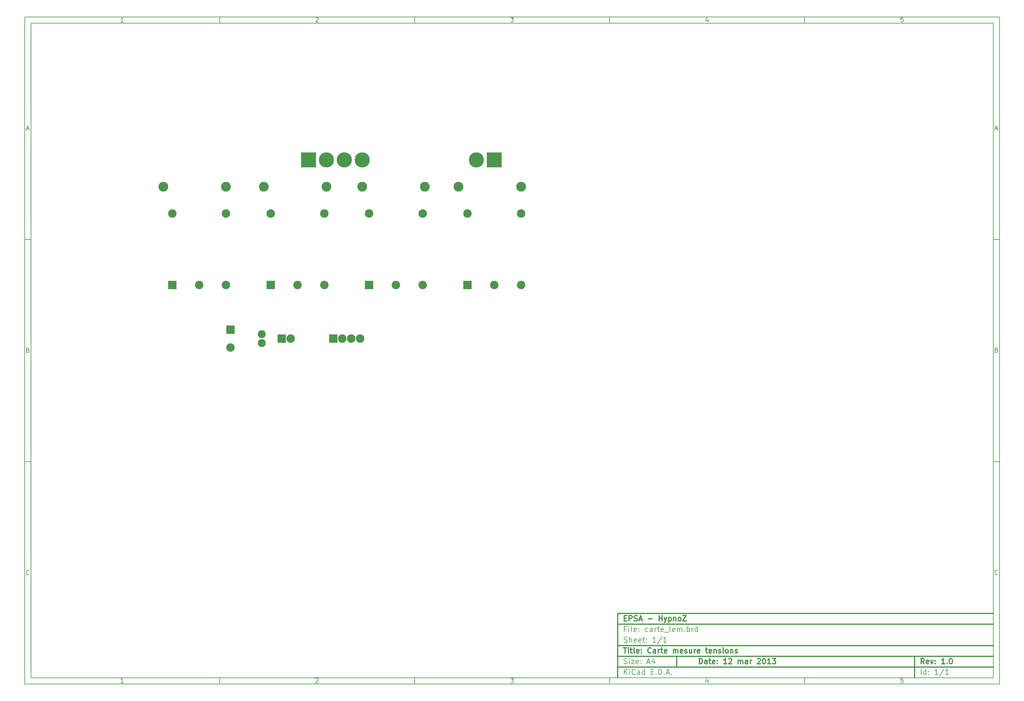
<source format=gbs>
G04 (created by PCBNEW-RS274X (2012-01-19 BZR 3256)-stable) date 12/03/2013 15:31:54*
G01*
G70*
G90*
%MOIN*%
G04 Gerber Fmt 3.4, Leading zero omitted, Abs format*
%FSLAX34Y34*%
G04 APERTURE LIST*
%ADD10C,0.006000*%
%ADD11C,0.012000*%
%ADD12R,0.095000X0.095000*%
%ADD13C,0.095000*%
%ADD14C,0.090000*%
%ADD15R,0.170000X0.170000*%
%ADD16C,0.170000*%
%ADD17C,0.110000*%
G04 APERTURE END LIST*
G54D10*
X04000Y-04000D02*
X113000Y-04000D01*
X113000Y-78670D01*
X04000Y-78670D01*
X04000Y-04000D01*
X04700Y-04700D02*
X112300Y-04700D01*
X112300Y-77970D01*
X04700Y-77970D01*
X04700Y-04700D01*
X25800Y-04000D02*
X25800Y-04700D01*
X15043Y-04552D02*
X14757Y-04552D01*
X14900Y-04552D02*
X14900Y-04052D01*
X14852Y-04124D01*
X14805Y-04171D01*
X14757Y-04195D01*
X25800Y-78670D02*
X25800Y-77970D01*
X15043Y-78522D02*
X14757Y-78522D01*
X14900Y-78522D02*
X14900Y-78022D01*
X14852Y-78094D01*
X14805Y-78141D01*
X14757Y-78165D01*
X47600Y-04000D02*
X47600Y-04700D01*
X36557Y-04100D02*
X36581Y-04076D01*
X36629Y-04052D01*
X36748Y-04052D01*
X36795Y-04076D01*
X36819Y-04100D01*
X36843Y-04148D01*
X36843Y-04195D01*
X36819Y-04267D01*
X36533Y-04552D01*
X36843Y-04552D01*
X47600Y-78670D02*
X47600Y-77970D01*
X36557Y-78070D02*
X36581Y-78046D01*
X36629Y-78022D01*
X36748Y-78022D01*
X36795Y-78046D01*
X36819Y-78070D01*
X36843Y-78118D01*
X36843Y-78165D01*
X36819Y-78237D01*
X36533Y-78522D01*
X36843Y-78522D01*
X69400Y-04000D02*
X69400Y-04700D01*
X58333Y-04052D02*
X58643Y-04052D01*
X58476Y-04243D01*
X58548Y-04243D01*
X58595Y-04267D01*
X58619Y-04290D01*
X58643Y-04338D01*
X58643Y-04457D01*
X58619Y-04505D01*
X58595Y-04529D01*
X58548Y-04552D01*
X58405Y-04552D01*
X58357Y-04529D01*
X58333Y-04505D01*
X69400Y-78670D02*
X69400Y-77970D01*
X58333Y-78022D02*
X58643Y-78022D01*
X58476Y-78213D01*
X58548Y-78213D01*
X58595Y-78237D01*
X58619Y-78260D01*
X58643Y-78308D01*
X58643Y-78427D01*
X58619Y-78475D01*
X58595Y-78499D01*
X58548Y-78522D01*
X58405Y-78522D01*
X58357Y-78499D01*
X58333Y-78475D01*
X91200Y-04000D02*
X91200Y-04700D01*
X80395Y-04219D02*
X80395Y-04552D01*
X80276Y-04029D02*
X80157Y-04386D01*
X80467Y-04386D01*
X91200Y-78670D02*
X91200Y-77970D01*
X80395Y-78189D02*
X80395Y-78522D01*
X80276Y-77999D02*
X80157Y-78356D01*
X80467Y-78356D01*
X102219Y-04052D02*
X101981Y-04052D01*
X101957Y-04290D01*
X101981Y-04267D01*
X102029Y-04243D01*
X102148Y-04243D01*
X102195Y-04267D01*
X102219Y-04290D01*
X102243Y-04338D01*
X102243Y-04457D01*
X102219Y-04505D01*
X102195Y-04529D01*
X102148Y-04552D01*
X102029Y-04552D01*
X101981Y-04529D01*
X101957Y-04505D01*
X102219Y-78022D02*
X101981Y-78022D01*
X101957Y-78260D01*
X101981Y-78237D01*
X102029Y-78213D01*
X102148Y-78213D01*
X102195Y-78237D01*
X102219Y-78260D01*
X102243Y-78308D01*
X102243Y-78427D01*
X102219Y-78475D01*
X102195Y-78499D01*
X102148Y-78522D01*
X102029Y-78522D01*
X101981Y-78499D01*
X101957Y-78475D01*
X04000Y-28890D02*
X04700Y-28890D01*
X04231Y-16510D02*
X04469Y-16510D01*
X04184Y-16652D02*
X04350Y-16152D01*
X04517Y-16652D01*
X113000Y-28890D02*
X112300Y-28890D01*
X112531Y-16510D02*
X112769Y-16510D01*
X112484Y-16652D02*
X112650Y-16152D01*
X112817Y-16652D01*
X04000Y-53780D02*
X04700Y-53780D01*
X04386Y-41280D02*
X04457Y-41304D01*
X04481Y-41328D01*
X04505Y-41376D01*
X04505Y-41447D01*
X04481Y-41495D01*
X04457Y-41519D01*
X04410Y-41542D01*
X04219Y-41542D01*
X04219Y-41042D01*
X04386Y-41042D01*
X04433Y-41066D01*
X04457Y-41090D01*
X04481Y-41138D01*
X04481Y-41185D01*
X04457Y-41233D01*
X04433Y-41257D01*
X04386Y-41280D01*
X04219Y-41280D01*
X113000Y-53780D02*
X112300Y-53780D01*
X112686Y-41280D02*
X112757Y-41304D01*
X112781Y-41328D01*
X112805Y-41376D01*
X112805Y-41447D01*
X112781Y-41495D01*
X112757Y-41519D01*
X112710Y-41542D01*
X112519Y-41542D01*
X112519Y-41042D01*
X112686Y-41042D01*
X112733Y-41066D01*
X112757Y-41090D01*
X112781Y-41138D01*
X112781Y-41185D01*
X112757Y-41233D01*
X112733Y-41257D01*
X112686Y-41280D01*
X112519Y-41280D01*
X04505Y-66385D02*
X04481Y-66409D01*
X04410Y-66432D01*
X04362Y-66432D01*
X04290Y-66409D01*
X04243Y-66361D01*
X04219Y-66313D01*
X04195Y-66218D01*
X04195Y-66147D01*
X04219Y-66051D01*
X04243Y-66004D01*
X04290Y-65956D01*
X04362Y-65932D01*
X04410Y-65932D01*
X04481Y-65956D01*
X04505Y-65980D01*
X112805Y-66385D02*
X112781Y-66409D01*
X112710Y-66432D01*
X112662Y-66432D01*
X112590Y-66409D01*
X112543Y-66361D01*
X112519Y-66313D01*
X112495Y-66218D01*
X112495Y-66147D01*
X112519Y-66051D01*
X112543Y-66004D01*
X112590Y-65956D01*
X112662Y-65932D01*
X112710Y-65932D01*
X112781Y-65956D01*
X112805Y-65980D01*
G54D11*
X79443Y-76413D02*
X79443Y-75813D01*
X79586Y-75813D01*
X79671Y-75841D01*
X79729Y-75899D01*
X79757Y-75956D01*
X79786Y-76070D01*
X79786Y-76156D01*
X79757Y-76270D01*
X79729Y-76327D01*
X79671Y-76384D01*
X79586Y-76413D01*
X79443Y-76413D01*
X80300Y-76413D02*
X80300Y-76099D01*
X80271Y-76041D01*
X80214Y-76013D01*
X80100Y-76013D01*
X80043Y-76041D01*
X80300Y-76384D02*
X80243Y-76413D01*
X80100Y-76413D01*
X80043Y-76384D01*
X80014Y-76327D01*
X80014Y-76270D01*
X80043Y-76213D01*
X80100Y-76184D01*
X80243Y-76184D01*
X80300Y-76156D01*
X80500Y-76013D02*
X80729Y-76013D01*
X80586Y-75813D02*
X80586Y-76327D01*
X80614Y-76384D01*
X80672Y-76413D01*
X80729Y-76413D01*
X81157Y-76384D02*
X81100Y-76413D01*
X80986Y-76413D01*
X80929Y-76384D01*
X80900Y-76327D01*
X80900Y-76099D01*
X80929Y-76041D01*
X80986Y-76013D01*
X81100Y-76013D01*
X81157Y-76041D01*
X81186Y-76099D01*
X81186Y-76156D01*
X80900Y-76213D01*
X81443Y-76356D02*
X81471Y-76384D01*
X81443Y-76413D01*
X81414Y-76384D01*
X81443Y-76356D01*
X81443Y-76413D01*
X81443Y-76041D02*
X81471Y-76070D01*
X81443Y-76099D01*
X81414Y-76070D01*
X81443Y-76041D01*
X81443Y-76099D01*
X82500Y-76413D02*
X82157Y-76413D01*
X82329Y-76413D02*
X82329Y-75813D01*
X82272Y-75899D01*
X82214Y-75956D01*
X82157Y-75984D01*
X82728Y-75870D02*
X82757Y-75841D01*
X82814Y-75813D01*
X82957Y-75813D01*
X83014Y-75841D01*
X83043Y-75870D01*
X83071Y-75927D01*
X83071Y-75984D01*
X83043Y-76070D01*
X82700Y-76413D01*
X83071Y-76413D01*
X83785Y-76413D02*
X83785Y-76013D01*
X83785Y-76070D02*
X83813Y-76041D01*
X83871Y-76013D01*
X83956Y-76013D01*
X84013Y-76041D01*
X84042Y-76099D01*
X84042Y-76413D01*
X84042Y-76099D02*
X84071Y-76041D01*
X84128Y-76013D01*
X84213Y-76013D01*
X84271Y-76041D01*
X84299Y-76099D01*
X84299Y-76413D01*
X84842Y-76413D02*
X84842Y-76099D01*
X84813Y-76041D01*
X84756Y-76013D01*
X84642Y-76013D01*
X84585Y-76041D01*
X84842Y-76384D02*
X84785Y-76413D01*
X84642Y-76413D01*
X84585Y-76384D01*
X84556Y-76327D01*
X84556Y-76270D01*
X84585Y-76213D01*
X84642Y-76184D01*
X84785Y-76184D01*
X84842Y-76156D01*
X85128Y-76413D02*
X85128Y-76013D01*
X85128Y-76127D02*
X85156Y-76070D01*
X85185Y-76041D01*
X85242Y-76013D01*
X85299Y-76013D01*
X85927Y-75870D02*
X85956Y-75841D01*
X86013Y-75813D01*
X86156Y-75813D01*
X86213Y-75841D01*
X86242Y-75870D01*
X86270Y-75927D01*
X86270Y-75984D01*
X86242Y-76070D01*
X85899Y-76413D01*
X86270Y-76413D01*
X86641Y-75813D02*
X86698Y-75813D01*
X86755Y-75841D01*
X86784Y-75870D01*
X86813Y-75927D01*
X86841Y-76041D01*
X86841Y-76184D01*
X86813Y-76299D01*
X86784Y-76356D01*
X86755Y-76384D01*
X86698Y-76413D01*
X86641Y-76413D01*
X86584Y-76384D01*
X86555Y-76356D01*
X86527Y-76299D01*
X86498Y-76184D01*
X86498Y-76041D01*
X86527Y-75927D01*
X86555Y-75870D01*
X86584Y-75841D01*
X86641Y-75813D01*
X87412Y-76413D02*
X87069Y-76413D01*
X87241Y-76413D02*
X87241Y-75813D01*
X87184Y-75899D01*
X87126Y-75956D01*
X87069Y-75984D01*
X87612Y-75813D02*
X87983Y-75813D01*
X87783Y-76041D01*
X87869Y-76041D01*
X87926Y-76070D01*
X87955Y-76099D01*
X87983Y-76156D01*
X87983Y-76299D01*
X87955Y-76356D01*
X87926Y-76384D01*
X87869Y-76413D01*
X87697Y-76413D01*
X87640Y-76384D01*
X87612Y-76356D01*
G54D10*
X71043Y-77613D02*
X71043Y-77013D01*
X71386Y-77613D02*
X71129Y-77270D01*
X71386Y-77013D02*
X71043Y-77356D01*
X71643Y-77613D02*
X71643Y-77213D01*
X71643Y-77013D02*
X71614Y-77041D01*
X71643Y-77070D01*
X71671Y-77041D01*
X71643Y-77013D01*
X71643Y-77070D01*
X72272Y-77556D02*
X72243Y-77584D01*
X72157Y-77613D01*
X72100Y-77613D01*
X72015Y-77584D01*
X71957Y-77527D01*
X71929Y-77470D01*
X71900Y-77356D01*
X71900Y-77270D01*
X71929Y-77156D01*
X71957Y-77099D01*
X72015Y-77041D01*
X72100Y-77013D01*
X72157Y-77013D01*
X72243Y-77041D01*
X72272Y-77070D01*
X72786Y-77613D02*
X72786Y-77299D01*
X72757Y-77241D01*
X72700Y-77213D01*
X72586Y-77213D01*
X72529Y-77241D01*
X72786Y-77584D02*
X72729Y-77613D01*
X72586Y-77613D01*
X72529Y-77584D01*
X72500Y-77527D01*
X72500Y-77470D01*
X72529Y-77413D01*
X72586Y-77384D01*
X72729Y-77384D01*
X72786Y-77356D01*
X73329Y-77613D02*
X73329Y-77013D01*
X73329Y-77584D02*
X73272Y-77613D01*
X73158Y-77613D01*
X73100Y-77584D01*
X73072Y-77556D01*
X73043Y-77499D01*
X73043Y-77327D01*
X73072Y-77270D01*
X73100Y-77241D01*
X73158Y-77213D01*
X73272Y-77213D01*
X73329Y-77241D01*
X74072Y-77299D02*
X74272Y-77299D01*
X74358Y-77613D02*
X74072Y-77613D01*
X74072Y-77013D01*
X74358Y-77013D01*
X74615Y-77556D02*
X74643Y-77584D01*
X74615Y-77613D01*
X74586Y-77584D01*
X74615Y-77556D01*
X74615Y-77613D01*
X74901Y-77613D02*
X74901Y-77013D01*
X75044Y-77013D01*
X75129Y-77041D01*
X75187Y-77099D01*
X75215Y-77156D01*
X75244Y-77270D01*
X75244Y-77356D01*
X75215Y-77470D01*
X75187Y-77527D01*
X75129Y-77584D01*
X75044Y-77613D01*
X74901Y-77613D01*
X75501Y-77556D02*
X75529Y-77584D01*
X75501Y-77613D01*
X75472Y-77584D01*
X75501Y-77556D01*
X75501Y-77613D01*
X75758Y-77441D02*
X76044Y-77441D01*
X75701Y-77613D02*
X75901Y-77013D01*
X76101Y-77613D01*
X76301Y-77556D02*
X76329Y-77584D01*
X76301Y-77613D01*
X76272Y-77584D01*
X76301Y-77556D01*
X76301Y-77613D01*
G54D11*
X104586Y-76413D02*
X104386Y-76127D01*
X104243Y-76413D02*
X104243Y-75813D01*
X104471Y-75813D01*
X104529Y-75841D01*
X104557Y-75870D01*
X104586Y-75927D01*
X104586Y-76013D01*
X104557Y-76070D01*
X104529Y-76099D01*
X104471Y-76127D01*
X104243Y-76127D01*
X105071Y-76384D02*
X105014Y-76413D01*
X104900Y-76413D01*
X104843Y-76384D01*
X104814Y-76327D01*
X104814Y-76099D01*
X104843Y-76041D01*
X104900Y-76013D01*
X105014Y-76013D01*
X105071Y-76041D01*
X105100Y-76099D01*
X105100Y-76156D01*
X104814Y-76213D01*
X105300Y-76013D02*
X105443Y-76413D01*
X105585Y-76013D01*
X105814Y-76356D02*
X105842Y-76384D01*
X105814Y-76413D01*
X105785Y-76384D01*
X105814Y-76356D01*
X105814Y-76413D01*
X105814Y-76041D02*
X105842Y-76070D01*
X105814Y-76099D01*
X105785Y-76070D01*
X105814Y-76041D01*
X105814Y-76099D01*
X106871Y-76413D02*
X106528Y-76413D01*
X106700Y-76413D02*
X106700Y-75813D01*
X106643Y-75899D01*
X106585Y-75956D01*
X106528Y-75984D01*
X107128Y-76356D02*
X107156Y-76384D01*
X107128Y-76413D01*
X107099Y-76384D01*
X107128Y-76356D01*
X107128Y-76413D01*
X107528Y-75813D02*
X107585Y-75813D01*
X107642Y-75841D01*
X107671Y-75870D01*
X107700Y-75927D01*
X107728Y-76041D01*
X107728Y-76184D01*
X107700Y-76299D01*
X107671Y-76356D01*
X107642Y-76384D01*
X107585Y-76413D01*
X107528Y-76413D01*
X107471Y-76384D01*
X107442Y-76356D01*
X107414Y-76299D01*
X107385Y-76184D01*
X107385Y-76041D01*
X107414Y-75927D01*
X107442Y-75870D01*
X107471Y-75841D01*
X107528Y-75813D01*
G54D10*
X71014Y-76384D02*
X71100Y-76413D01*
X71243Y-76413D01*
X71300Y-76384D01*
X71329Y-76356D01*
X71357Y-76299D01*
X71357Y-76241D01*
X71329Y-76184D01*
X71300Y-76156D01*
X71243Y-76127D01*
X71129Y-76099D01*
X71071Y-76070D01*
X71043Y-76041D01*
X71014Y-75984D01*
X71014Y-75927D01*
X71043Y-75870D01*
X71071Y-75841D01*
X71129Y-75813D01*
X71271Y-75813D01*
X71357Y-75841D01*
X71614Y-76413D02*
X71614Y-76013D01*
X71614Y-75813D02*
X71585Y-75841D01*
X71614Y-75870D01*
X71642Y-75841D01*
X71614Y-75813D01*
X71614Y-75870D01*
X71843Y-76013D02*
X72157Y-76013D01*
X71843Y-76413D01*
X72157Y-76413D01*
X72614Y-76384D02*
X72557Y-76413D01*
X72443Y-76413D01*
X72386Y-76384D01*
X72357Y-76327D01*
X72357Y-76099D01*
X72386Y-76041D01*
X72443Y-76013D01*
X72557Y-76013D01*
X72614Y-76041D01*
X72643Y-76099D01*
X72643Y-76156D01*
X72357Y-76213D01*
X72900Y-76356D02*
X72928Y-76384D01*
X72900Y-76413D01*
X72871Y-76384D01*
X72900Y-76356D01*
X72900Y-76413D01*
X72900Y-76041D02*
X72928Y-76070D01*
X72900Y-76099D01*
X72871Y-76070D01*
X72900Y-76041D01*
X72900Y-76099D01*
X73614Y-76241D02*
X73900Y-76241D01*
X73557Y-76413D02*
X73757Y-75813D01*
X73957Y-76413D01*
X74414Y-76013D02*
X74414Y-76413D01*
X74271Y-75784D02*
X74128Y-76213D01*
X74500Y-76213D01*
X104243Y-77613D02*
X104243Y-77013D01*
X104786Y-77613D02*
X104786Y-77013D01*
X104786Y-77584D02*
X104729Y-77613D01*
X104615Y-77613D01*
X104557Y-77584D01*
X104529Y-77556D01*
X104500Y-77499D01*
X104500Y-77327D01*
X104529Y-77270D01*
X104557Y-77241D01*
X104615Y-77213D01*
X104729Y-77213D01*
X104786Y-77241D01*
X105072Y-77556D02*
X105100Y-77584D01*
X105072Y-77613D01*
X105043Y-77584D01*
X105072Y-77556D01*
X105072Y-77613D01*
X105072Y-77241D02*
X105100Y-77270D01*
X105072Y-77299D01*
X105043Y-77270D01*
X105072Y-77241D01*
X105072Y-77299D01*
X106129Y-77613D02*
X105786Y-77613D01*
X105958Y-77613D02*
X105958Y-77013D01*
X105901Y-77099D01*
X105843Y-77156D01*
X105786Y-77184D01*
X106814Y-76984D02*
X106300Y-77756D01*
X107329Y-77613D02*
X106986Y-77613D01*
X107158Y-77613D02*
X107158Y-77013D01*
X107101Y-77099D01*
X107043Y-77156D01*
X106986Y-77184D01*
G54D11*
X70957Y-74613D02*
X71300Y-74613D01*
X71129Y-75213D02*
X71129Y-74613D01*
X71500Y-75213D02*
X71500Y-74813D01*
X71500Y-74613D02*
X71471Y-74641D01*
X71500Y-74670D01*
X71528Y-74641D01*
X71500Y-74613D01*
X71500Y-74670D01*
X71700Y-74813D02*
X71929Y-74813D01*
X71786Y-74613D02*
X71786Y-75127D01*
X71814Y-75184D01*
X71872Y-75213D01*
X71929Y-75213D01*
X72215Y-75213D02*
X72157Y-75184D01*
X72129Y-75127D01*
X72129Y-74613D01*
X72671Y-75184D02*
X72614Y-75213D01*
X72500Y-75213D01*
X72443Y-75184D01*
X72414Y-75127D01*
X72414Y-74899D01*
X72443Y-74841D01*
X72500Y-74813D01*
X72614Y-74813D01*
X72671Y-74841D01*
X72700Y-74899D01*
X72700Y-74956D01*
X72414Y-75013D01*
X72957Y-75156D02*
X72985Y-75184D01*
X72957Y-75213D01*
X72928Y-75184D01*
X72957Y-75156D01*
X72957Y-75213D01*
X72957Y-74841D02*
X72985Y-74870D01*
X72957Y-74899D01*
X72928Y-74870D01*
X72957Y-74841D01*
X72957Y-74899D01*
X74043Y-75156D02*
X74014Y-75184D01*
X73928Y-75213D01*
X73871Y-75213D01*
X73786Y-75184D01*
X73728Y-75127D01*
X73700Y-75070D01*
X73671Y-74956D01*
X73671Y-74870D01*
X73700Y-74756D01*
X73728Y-74699D01*
X73786Y-74641D01*
X73871Y-74613D01*
X73928Y-74613D01*
X74014Y-74641D01*
X74043Y-74670D01*
X74557Y-75213D02*
X74557Y-74899D01*
X74528Y-74841D01*
X74471Y-74813D01*
X74357Y-74813D01*
X74300Y-74841D01*
X74557Y-75184D02*
X74500Y-75213D01*
X74357Y-75213D01*
X74300Y-75184D01*
X74271Y-75127D01*
X74271Y-75070D01*
X74300Y-75013D01*
X74357Y-74984D01*
X74500Y-74984D01*
X74557Y-74956D01*
X74843Y-75213D02*
X74843Y-74813D01*
X74843Y-74927D02*
X74871Y-74870D01*
X74900Y-74841D01*
X74957Y-74813D01*
X75014Y-74813D01*
X75128Y-74813D02*
X75357Y-74813D01*
X75214Y-74613D02*
X75214Y-75127D01*
X75242Y-75184D01*
X75300Y-75213D01*
X75357Y-75213D01*
X75785Y-75184D02*
X75728Y-75213D01*
X75614Y-75213D01*
X75557Y-75184D01*
X75528Y-75127D01*
X75528Y-74899D01*
X75557Y-74841D01*
X75614Y-74813D01*
X75728Y-74813D01*
X75785Y-74841D01*
X75814Y-74899D01*
X75814Y-74956D01*
X75528Y-75013D01*
X76528Y-75213D02*
X76528Y-74813D01*
X76528Y-74870D02*
X76556Y-74841D01*
X76614Y-74813D01*
X76699Y-74813D01*
X76756Y-74841D01*
X76785Y-74899D01*
X76785Y-75213D01*
X76785Y-74899D02*
X76814Y-74841D01*
X76871Y-74813D01*
X76956Y-74813D01*
X77014Y-74841D01*
X77042Y-74899D01*
X77042Y-75213D01*
X77556Y-75184D02*
X77499Y-75213D01*
X77385Y-75213D01*
X77328Y-75184D01*
X77299Y-75127D01*
X77299Y-74899D01*
X77328Y-74841D01*
X77385Y-74813D01*
X77499Y-74813D01*
X77556Y-74841D01*
X77585Y-74899D01*
X77585Y-74956D01*
X77299Y-75013D01*
X77813Y-75184D02*
X77870Y-75213D01*
X77985Y-75213D01*
X78042Y-75184D01*
X78070Y-75127D01*
X78070Y-75099D01*
X78042Y-75041D01*
X77985Y-75013D01*
X77899Y-75013D01*
X77842Y-74984D01*
X77813Y-74927D01*
X77813Y-74899D01*
X77842Y-74841D01*
X77899Y-74813D01*
X77985Y-74813D01*
X78042Y-74841D01*
X78585Y-74813D02*
X78585Y-75213D01*
X78328Y-74813D02*
X78328Y-75127D01*
X78356Y-75184D01*
X78414Y-75213D01*
X78499Y-75213D01*
X78556Y-75184D01*
X78585Y-75156D01*
X78871Y-75213D02*
X78871Y-74813D01*
X78871Y-74927D02*
X78899Y-74870D01*
X78928Y-74841D01*
X78985Y-74813D01*
X79042Y-74813D01*
X79470Y-75184D02*
X79413Y-75213D01*
X79299Y-75213D01*
X79242Y-75184D01*
X79213Y-75127D01*
X79213Y-74899D01*
X79242Y-74841D01*
X79299Y-74813D01*
X79413Y-74813D01*
X79470Y-74841D01*
X79499Y-74899D01*
X79499Y-74956D01*
X79213Y-75013D01*
X80127Y-74813D02*
X80356Y-74813D01*
X80213Y-74613D02*
X80213Y-75127D01*
X80241Y-75184D01*
X80299Y-75213D01*
X80356Y-75213D01*
X80784Y-75184D02*
X80727Y-75213D01*
X80613Y-75213D01*
X80556Y-75184D01*
X80527Y-75127D01*
X80527Y-74899D01*
X80556Y-74841D01*
X80613Y-74813D01*
X80727Y-74813D01*
X80784Y-74841D01*
X80813Y-74899D01*
X80813Y-74956D01*
X80527Y-75013D01*
X81070Y-74813D02*
X81070Y-75213D01*
X81070Y-74870D02*
X81098Y-74841D01*
X81156Y-74813D01*
X81241Y-74813D01*
X81298Y-74841D01*
X81327Y-74899D01*
X81327Y-75213D01*
X81584Y-75184D02*
X81641Y-75213D01*
X81756Y-75213D01*
X81813Y-75184D01*
X81841Y-75127D01*
X81841Y-75099D01*
X81813Y-75041D01*
X81756Y-75013D01*
X81670Y-75013D01*
X81613Y-74984D01*
X81584Y-74927D01*
X81584Y-74899D01*
X81613Y-74841D01*
X81670Y-74813D01*
X81756Y-74813D01*
X81813Y-74841D01*
X82099Y-75213D02*
X82099Y-74813D01*
X82099Y-74613D02*
X82070Y-74641D01*
X82099Y-74670D01*
X82127Y-74641D01*
X82099Y-74613D01*
X82099Y-74670D01*
X82471Y-75213D02*
X82413Y-75184D01*
X82385Y-75156D01*
X82356Y-75099D01*
X82356Y-74927D01*
X82385Y-74870D01*
X82413Y-74841D01*
X82471Y-74813D01*
X82556Y-74813D01*
X82613Y-74841D01*
X82642Y-74870D01*
X82671Y-74927D01*
X82671Y-75099D01*
X82642Y-75156D01*
X82613Y-75184D01*
X82556Y-75213D01*
X82471Y-75213D01*
X82928Y-74813D02*
X82928Y-75213D01*
X82928Y-74870D02*
X82956Y-74841D01*
X83014Y-74813D01*
X83099Y-74813D01*
X83156Y-74841D01*
X83185Y-74899D01*
X83185Y-75213D01*
X83442Y-75184D02*
X83499Y-75213D01*
X83614Y-75213D01*
X83671Y-75184D01*
X83699Y-75127D01*
X83699Y-75099D01*
X83671Y-75041D01*
X83614Y-75013D01*
X83528Y-75013D01*
X83471Y-74984D01*
X83442Y-74927D01*
X83442Y-74899D01*
X83471Y-74841D01*
X83528Y-74813D01*
X83614Y-74813D01*
X83671Y-74841D01*
G54D10*
X71243Y-72499D02*
X71043Y-72499D01*
X71043Y-72813D02*
X71043Y-72213D01*
X71329Y-72213D01*
X71557Y-72813D02*
X71557Y-72413D01*
X71557Y-72213D02*
X71528Y-72241D01*
X71557Y-72270D01*
X71585Y-72241D01*
X71557Y-72213D01*
X71557Y-72270D01*
X71929Y-72813D02*
X71871Y-72784D01*
X71843Y-72727D01*
X71843Y-72213D01*
X72385Y-72784D02*
X72328Y-72813D01*
X72214Y-72813D01*
X72157Y-72784D01*
X72128Y-72727D01*
X72128Y-72499D01*
X72157Y-72441D01*
X72214Y-72413D01*
X72328Y-72413D01*
X72385Y-72441D01*
X72414Y-72499D01*
X72414Y-72556D01*
X72128Y-72613D01*
X72671Y-72756D02*
X72699Y-72784D01*
X72671Y-72813D01*
X72642Y-72784D01*
X72671Y-72756D01*
X72671Y-72813D01*
X72671Y-72441D02*
X72699Y-72470D01*
X72671Y-72499D01*
X72642Y-72470D01*
X72671Y-72441D01*
X72671Y-72499D01*
X73671Y-72784D02*
X73614Y-72813D01*
X73500Y-72813D01*
X73442Y-72784D01*
X73414Y-72756D01*
X73385Y-72699D01*
X73385Y-72527D01*
X73414Y-72470D01*
X73442Y-72441D01*
X73500Y-72413D01*
X73614Y-72413D01*
X73671Y-72441D01*
X74185Y-72813D02*
X74185Y-72499D01*
X74156Y-72441D01*
X74099Y-72413D01*
X73985Y-72413D01*
X73928Y-72441D01*
X74185Y-72784D02*
X74128Y-72813D01*
X73985Y-72813D01*
X73928Y-72784D01*
X73899Y-72727D01*
X73899Y-72670D01*
X73928Y-72613D01*
X73985Y-72584D01*
X74128Y-72584D01*
X74185Y-72556D01*
X74471Y-72813D02*
X74471Y-72413D01*
X74471Y-72527D02*
X74499Y-72470D01*
X74528Y-72441D01*
X74585Y-72413D01*
X74642Y-72413D01*
X74756Y-72413D02*
X74985Y-72413D01*
X74842Y-72213D02*
X74842Y-72727D01*
X74870Y-72784D01*
X74928Y-72813D01*
X74985Y-72813D01*
X75413Y-72784D02*
X75356Y-72813D01*
X75242Y-72813D01*
X75185Y-72784D01*
X75156Y-72727D01*
X75156Y-72499D01*
X75185Y-72441D01*
X75242Y-72413D01*
X75356Y-72413D01*
X75413Y-72441D01*
X75442Y-72499D01*
X75442Y-72556D01*
X75156Y-72613D01*
X75556Y-72870D02*
X76013Y-72870D01*
X76242Y-72813D02*
X76184Y-72784D01*
X76156Y-72727D01*
X76156Y-72213D01*
X76698Y-72784D02*
X76641Y-72813D01*
X76527Y-72813D01*
X76470Y-72784D01*
X76441Y-72727D01*
X76441Y-72499D01*
X76470Y-72441D01*
X76527Y-72413D01*
X76641Y-72413D01*
X76698Y-72441D01*
X76727Y-72499D01*
X76727Y-72556D01*
X76441Y-72613D01*
X76984Y-72813D02*
X76984Y-72413D01*
X76984Y-72470D02*
X77012Y-72441D01*
X77070Y-72413D01*
X77155Y-72413D01*
X77212Y-72441D01*
X77241Y-72499D01*
X77241Y-72813D01*
X77241Y-72499D02*
X77270Y-72441D01*
X77327Y-72413D01*
X77412Y-72413D01*
X77470Y-72441D01*
X77498Y-72499D01*
X77498Y-72813D01*
X77784Y-72756D02*
X77812Y-72784D01*
X77784Y-72813D01*
X77755Y-72784D01*
X77784Y-72756D01*
X77784Y-72813D01*
X78070Y-72813D02*
X78070Y-72213D01*
X78070Y-72441D02*
X78127Y-72413D01*
X78241Y-72413D01*
X78298Y-72441D01*
X78327Y-72470D01*
X78356Y-72527D01*
X78356Y-72699D01*
X78327Y-72756D01*
X78298Y-72784D01*
X78241Y-72813D01*
X78127Y-72813D01*
X78070Y-72784D01*
X78613Y-72813D02*
X78613Y-72413D01*
X78613Y-72527D02*
X78641Y-72470D01*
X78670Y-72441D01*
X78727Y-72413D01*
X78784Y-72413D01*
X79241Y-72813D02*
X79241Y-72213D01*
X79241Y-72784D02*
X79184Y-72813D01*
X79070Y-72813D01*
X79012Y-72784D01*
X78984Y-72756D01*
X78955Y-72699D01*
X78955Y-72527D01*
X78984Y-72470D01*
X79012Y-72441D01*
X79070Y-72413D01*
X79184Y-72413D01*
X79241Y-72441D01*
X71014Y-73984D02*
X71100Y-74013D01*
X71243Y-74013D01*
X71300Y-73984D01*
X71329Y-73956D01*
X71357Y-73899D01*
X71357Y-73841D01*
X71329Y-73784D01*
X71300Y-73756D01*
X71243Y-73727D01*
X71129Y-73699D01*
X71071Y-73670D01*
X71043Y-73641D01*
X71014Y-73584D01*
X71014Y-73527D01*
X71043Y-73470D01*
X71071Y-73441D01*
X71129Y-73413D01*
X71271Y-73413D01*
X71357Y-73441D01*
X71614Y-74013D02*
X71614Y-73413D01*
X71871Y-74013D02*
X71871Y-73699D01*
X71842Y-73641D01*
X71785Y-73613D01*
X71700Y-73613D01*
X71642Y-73641D01*
X71614Y-73670D01*
X72385Y-73984D02*
X72328Y-74013D01*
X72214Y-74013D01*
X72157Y-73984D01*
X72128Y-73927D01*
X72128Y-73699D01*
X72157Y-73641D01*
X72214Y-73613D01*
X72328Y-73613D01*
X72385Y-73641D01*
X72414Y-73699D01*
X72414Y-73756D01*
X72128Y-73813D01*
X72899Y-73984D02*
X72842Y-74013D01*
X72728Y-74013D01*
X72671Y-73984D01*
X72642Y-73927D01*
X72642Y-73699D01*
X72671Y-73641D01*
X72728Y-73613D01*
X72842Y-73613D01*
X72899Y-73641D01*
X72928Y-73699D01*
X72928Y-73756D01*
X72642Y-73813D01*
X73099Y-73613D02*
X73328Y-73613D01*
X73185Y-73413D02*
X73185Y-73927D01*
X73213Y-73984D01*
X73271Y-74013D01*
X73328Y-74013D01*
X73528Y-73956D02*
X73556Y-73984D01*
X73528Y-74013D01*
X73499Y-73984D01*
X73528Y-73956D01*
X73528Y-74013D01*
X73528Y-73641D02*
X73556Y-73670D01*
X73528Y-73699D01*
X73499Y-73670D01*
X73528Y-73641D01*
X73528Y-73699D01*
X74585Y-74013D02*
X74242Y-74013D01*
X74414Y-74013D02*
X74414Y-73413D01*
X74357Y-73499D01*
X74299Y-73556D01*
X74242Y-73584D01*
X75270Y-73384D02*
X74756Y-74156D01*
X75785Y-74013D02*
X75442Y-74013D01*
X75614Y-74013D02*
X75614Y-73413D01*
X75557Y-73499D01*
X75499Y-73556D01*
X75442Y-73584D01*
G54D11*
X71043Y-71299D02*
X71243Y-71299D01*
X71329Y-71613D02*
X71043Y-71613D01*
X71043Y-71013D01*
X71329Y-71013D01*
X71586Y-71613D02*
X71586Y-71013D01*
X71814Y-71013D01*
X71872Y-71041D01*
X71900Y-71070D01*
X71929Y-71127D01*
X71929Y-71213D01*
X71900Y-71270D01*
X71872Y-71299D01*
X71814Y-71327D01*
X71586Y-71327D01*
X72157Y-71584D02*
X72243Y-71613D01*
X72386Y-71613D01*
X72443Y-71584D01*
X72472Y-71556D01*
X72500Y-71499D01*
X72500Y-71441D01*
X72472Y-71384D01*
X72443Y-71356D01*
X72386Y-71327D01*
X72272Y-71299D01*
X72214Y-71270D01*
X72186Y-71241D01*
X72157Y-71184D01*
X72157Y-71127D01*
X72186Y-71070D01*
X72214Y-71041D01*
X72272Y-71013D01*
X72414Y-71013D01*
X72500Y-71041D01*
X72728Y-71441D02*
X73014Y-71441D01*
X72671Y-71613D02*
X72871Y-71013D01*
X73071Y-71613D01*
X73728Y-71384D02*
X74185Y-71384D01*
X74928Y-71613D02*
X74928Y-71013D01*
X74928Y-71299D02*
X75271Y-71299D01*
X75271Y-71613D02*
X75271Y-71013D01*
X75500Y-71213D02*
X75643Y-71613D01*
X75785Y-71213D02*
X75643Y-71613D01*
X75585Y-71756D01*
X75557Y-71784D01*
X75500Y-71813D01*
X76014Y-71213D02*
X76014Y-71813D01*
X76014Y-71241D02*
X76071Y-71213D01*
X76185Y-71213D01*
X76242Y-71241D01*
X76271Y-71270D01*
X76300Y-71327D01*
X76300Y-71499D01*
X76271Y-71556D01*
X76242Y-71584D01*
X76185Y-71613D01*
X76071Y-71613D01*
X76014Y-71584D01*
X76557Y-71213D02*
X76557Y-71613D01*
X76557Y-71270D02*
X76585Y-71241D01*
X76643Y-71213D01*
X76728Y-71213D01*
X76785Y-71241D01*
X76814Y-71299D01*
X76814Y-71613D01*
X77186Y-71613D02*
X77128Y-71584D01*
X77100Y-71556D01*
X77071Y-71499D01*
X77071Y-71327D01*
X77100Y-71270D01*
X77128Y-71241D01*
X77186Y-71213D01*
X77271Y-71213D01*
X77328Y-71241D01*
X77357Y-71270D01*
X77386Y-71327D01*
X77386Y-71499D01*
X77357Y-71556D01*
X77328Y-71584D01*
X77271Y-71613D01*
X77186Y-71613D01*
X77586Y-71013D02*
X77986Y-71013D01*
X77586Y-71613D01*
X77986Y-71613D01*
X70300Y-70770D02*
X70300Y-77970D01*
X70300Y-71970D02*
X112300Y-71970D01*
X70300Y-70770D02*
X112300Y-70770D01*
X70300Y-74370D02*
X112300Y-74370D01*
X103500Y-75570D02*
X103500Y-77970D01*
X70300Y-76770D02*
X112300Y-76770D01*
X70300Y-75570D02*
X112300Y-75570D01*
X76900Y-75570D02*
X76900Y-76770D01*
G54D12*
X32750Y-40000D03*
G54D13*
X33750Y-40000D03*
X48500Y-26000D03*
X42500Y-26000D03*
X48500Y-34000D03*
X45500Y-34000D03*
G54D12*
X42500Y-34000D03*
G54D13*
X37500Y-26000D03*
X31500Y-26000D03*
X37500Y-34000D03*
X34500Y-34000D03*
G54D12*
X31500Y-34000D03*
G54D13*
X59500Y-26000D03*
X53500Y-26000D03*
X59500Y-34000D03*
X56500Y-34000D03*
G54D12*
X53500Y-34000D03*
G54D13*
X26500Y-26000D03*
X20500Y-26000D03*
X26500Y-34000D03*
X23500Y-34000D03*
G54D12*
X20500Y-34000D03*
G54D14*
X30500Y-39500D03*
X30500Y-40500D03*
G54D12*
X27000Y-39000D03*
G54D13*
X27000Y-41000D03*
X41500Y-40000D03*
X40500Y-40000D03*
G54D12*
X38500Y-40000D03*
G54D13*
X39500Y-40000D03*
G54D15*
X56500Y-20000D03*
G54D16*
X54500Y-20000D03*
G54D17*
X26500Y-23000D03*
X19500Y-23000D03*
X37750Y-23000D03*
X30750Y-23000D03*
X48750Y-23000D03*
X41750Y-23000D03*
X59500Y-23000D03*
X52500Y-23000D03*
G54D16*
X37750Y-20000D03*
X39750Y-20000D03*
G54D15*
X35750Y-20000D03*
G54D16*
X41750Y-20000D03*
M02*

</source>
